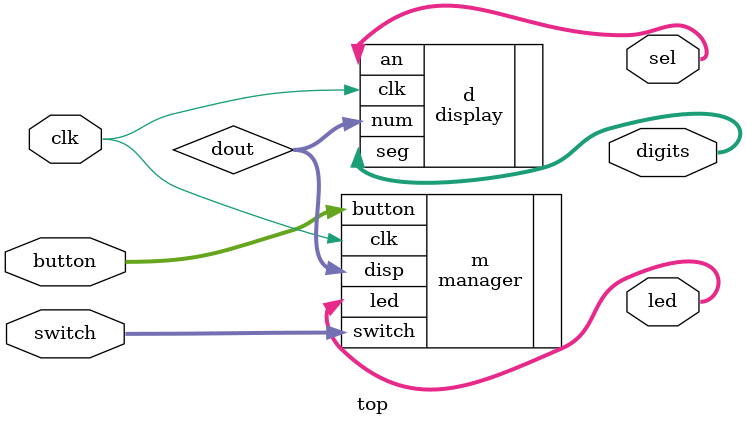
<source format=v>
`timescale 1ns / 1ps
module top(
input clk,
input [7:0] switch,
input [3:0] button,
output [6:0] digits,
output [7:0] led,
output [3:0] sel
);
wire [19:0] dout;
manager m(
.clk (clk),
.switch (switch),
.button (button),
.led (led),
.disp (dout)
);
display d(
.clk (clk),
.num (dout),
.an (sel),
.seg (digits)
);

endmodule

</source>
